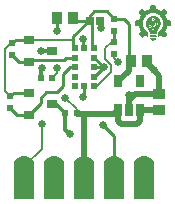
<source format=gtl>
G04 Layer_Physical_Order=1*
G04 Layer_Color=25308*
%FSLAX25Y25*%
%MOIN*%
G70*
G01*
G75*
%ADD10R,0.01969X0.01969*%
%ADD11R,0.02677X0.02520*%
%ADD12R,0.03543X0.03937*%
%ADD13R,0.02165X0.02362*%
%ADD14R,0.03543X0.03150*%
%ADD15R,0.02362X0.02165*%
%ADD16R,0.03937X0.03543*%
%ADD17R,0.02559X0.04331*%
%ADD18C,0.02000*%
%ADD19C,0.01200*%
%ADD20C,0.00800*%
%ADD21C,0.00700*%
%ADD22C,0.01000*%
%ADD23C,0.00600*%
%ADD24R,0.07000X0.11299*%
%ADD25C,0.07000*%
%ADD26C,0.02500*%
G36*
X410069Y198261D02*
X410139Y198231D01*
X410169Y198191D01*
X410199Y198152D01*
Y198142D01*
X410209Y198132D01*
X410219Y198072D01*
Y198031D01*
Y197992D01*
X410199Y197942D01*
X410169Y197901D01*
X410149Y197881D01*
X410099Y197852D01*
X410029Y197821D01*
X409939D01*
X409919Y197831D01*
X409869Y197852D01*
X409819Y197901D01*
X409769Y197982D01*
Y197992D01*
Y198002D01*
X409759Y198062D01*
X409769Y198132D01*
X409789Y198171D01*
X409819Y198202D01*
X409829Y198212D01*
X409859Y198241D01*
X409919Y198272D01*
X409989Y198282D01*
X410009D01*
X410069Y198261D01*
D02*
G37*
G36*
X411999Y195081D02*
X412049Y195052D01*
X412109Y195011D01*
X412119Y194992D01*
X412149Y194951D01*
X412169Y194881D01*
Y194842D01*
X412159Y194791D01*
Y194781D01*
Y194772D01*
X412139Y194711D01*
X412089Y194651D01*
X412019Y194602D01*
X411999D01*
X411949Y194591D01*
X411739D01*
X411659Y194581D01*
X410469D01*
X410279Y194591D01*
X409999D01*
X409959Y194602D01*
X409939D01*
X409919Y194612D01*
X409879Y194641D01*
X409829Y194711D01*
X409799Y194801D01*
Y194811D01*
Y194822D01*
Y194881D01*
X409829Y194962D01*
X409849Y194992D01*
X409879Y195031D01*
X409889Y195042D01*
X409909Y195062D01*
X409939Y195071D01*
X409969Y195081D01*
X410059D01*
X410109Y195091D01*
X411959D01*
X411999Y195081D01*
D02*
G37*
G36*
X412029Y194112D02*
Y194102D01*
Y194081D01*
X412019Y194052D01*
X412009Y194001D01*
X411989Y193951D01*
X411959Y193902D01*
X411919Y193842D01*
X411869Y193781D01*
X411859Y193772D01*
X411849Y193752D01*
X411819Y193731D01*
X411779Y193702D01*
X411669Y193631D01*
X411609Y193612D01*
X411539Y193591D01*
X411529D01*
X411499Y193581D01*
X411459Y193561D01*
X411449Y193542D01*
Y193532D01*
X411439Y193501D01*
X411419Y193462D01*
X411399Y193412D01*
X411359Y193351D01*
X411319Y193301D01*
X411259Y193252D01*
X411179Y193211D01*
X411169D01*
X411159Y193201D01*
X411129Y193192D01*
X411089Y193182D01*
X410979Y193161D01*
X410909Y193172D01*
X410839Y193182D01*
X410829D01*
X410799Y193201D01*
X410749Y193221D01*
X410699Y193262D01*
X410639Y193312D01*
X410589Y193371D01*
X410539Y193451D01*
X410509Y193542D01*
Y193552D01*
X410499Y193561D01*
X410479Y193571D01*
X410449Y193591D01*
X410429D01*
X410379Y193612D01*
X410319Y193631D01*
X410229Y193672D01*
X410149Y193731D01*
X410059Y193812D01*
X409989Y193921D01*
X409939Y194052D01*
Y194062D01*
Y194081D01*
X409929Y194112D01*
Y194151D01*
X409919Y194182D01*
X412039D01*
X412029Y194112D01*
D02*
G37*
G36*
X411279Y201582D02*
X411289D01*
X411329Y201571D01*
X411389Y201561D01*
X411469Y201541D01*
X411569Y201521D01*
X411679Y201482D01*
X411809Y201442D01*
X411939Y201392D01*
X412089Y201322D01*
X412229Y201252D01*
X412379Y201162D01*
X412529Y201051D01*
X412679Y200932D01*
X412819Y200801D01*
X412959Y200641D01*
X413079Y200471D01*
Y200462D01*
X413099Y200451D01*
X413109Y200422D01*
X413139Y200381D01*
X413169Y200322D01*
X413199Y200261D01*
X413269Y200121D01*
X413339Y199942D01*
X413399Y199732D01*
X413449Y199502D01*
X413479Y199261D01*
Y199251D01*
Y199232D01*
Y199191D01*
Y199142D01*
Y199082D01*
Y199012D01*
X413469Y198852D01*
X413439Y198652D01*
X413399Y198442D01*
X413329Y198212D01*
X413239Y197992D01*
X413229Y197982D01*
X413209Y197942D01*
X413179Y197891D01*
X413139Y197811D01*
X413079Y197722D01*
X413019Y197622D01*
X412939Y197502D01*
X412849Y197381D01*
Y197371D01*
X412829Y197362D01*
X412809Y197332D01*
X412789Y197292D01*
X412719Y197202D01*
X412629Y197081D01*
X412529Y196941D01*
X412429Y196792D01*
X412329Y196632D01*
X412229Y196482D01*
X412129Y196311D01*
Y195501D01*
X411159D01*
Y197761D01*
X411499Y198132D01*
X411519Y198152D01*
X411559Y198191D01*
X411609Y198241D01*
X411679Y198311D01*
X411739Y198381D01*
X411799Y198432D01*
X411849Y198471D01*
X411869Y198492D01*
X411879D01*
X411889Y198482D01*
X411939Y198471D01*
X412009Y198461D01*
X412089Y198471D01*
X412099D01*
X412129Y198482D01*
X412179Y198492D01*
X412239Y198521D01*
X412299Y198551D01*
X412359Y198601D01*
X412419Y198661D01*
X412459Y198741D01*
X412469Y198751D01*
X412479Y198792D01*
X412489Y198852D01*
X412499Y198932D01*
Y198942D01*
Y198951D01*
Y199002D01*
X412479Y199072D01*
X412459Y199132D01*
Y199142D01*
X412439Y199162D01*
X412419Y199191D01*
X412389Y199232D01*
X412309Y199311D01*
X412249Y199352D01*
X412189Y199381D01*
X412179D01*
X412159Y199391D01*
X412119Y199401D01*
X412079Y199411D01*
X411969D01*
X411899Y199391D01*
X411839Y199372D01*
X411829D01*
X411809Y199352D01*
X411779Y199331D01*
X411739Y199302D01*
X411649Y199212D01*
X411619Y199152D01*
X411589Y199091D01*
Y199082D01*
X411579Y199062D01*
Y199021D01*
X411569Y198981D01*
X411579Y198862D01*
X411589Y198792D01*
X411619Y198722D01*
X411649Y198642D01*
X411409Y198391D01*
X411179Y198132D01*
X411169Y198152D01*
Y198171D01*
X411159Y198202D01*
Y198251D01*
Y198321D01*
Y198331D01*
Y198362D01*
Y198412D01*
Y198482D01*
Y198582D01*
Y198702D01*
Y198852D01*
Y199031D01*
Y199952D01*
X411239Y199992D01*
X411249Y200002D01*
X411279Y200011D01*
X411329Y200042D01*
X411379Y200081D01*
X411429Y200142D01*
X411479Y200212D01*
X411509Y200302D01*
X411519Y200401D01*
Y200412D01*
Y200451D01*
X411509Y200512D01*
X411489Y200571D01*
X411459Y200652D01*
X411409Y200722D01*
X411339Y200792D01*
X411249Y200851D01*
X411239Y200862D01*
X411199Y200871D01*
X411139Y200882D01*
X410969D01*
X410909Y200871D01*
X410849Y200862D01*
X410839Y200851D01*
X410809Y200841D01*
X410759Y200801D01*
X410709Y200762D01*
X410659Y200701D01*
X410609Y200622D01*
X410579Y200532D01*
X410569Y200422D01*
Y200412D01*
Y200372D01*
X410589Y200322D01*
X410609Y200252D01*
X410639Y200182D01*
X410689Y200112D01*
X410759Y200051D01*
X410849Y199992D01*
X410919Y199952D01*
Y197272D01*
X410889Y197311D01*
Y197321D01*
X410869Y197342D01*
X410849Y197362D01*
X410839Y197371D01*
X410819Y197391D01*
X410789Y197422D01*
X410749Y197471D01*
X410739Y197482D01*
X410709Y197511D01*
X410669Y197552D01*
X410629Y197591D01*
X410409Y197821D01*
X410429Y197871D01*
X410439Y197881D01*
X410449Y197912D01*
X410459Y197971D01*
Y198052D01*
Y198062D01*
Y198072D01*
Y198122D01*
X410439Y198191D01*
X410419Y198251D01*
X410409Y198261D01*
X410389Y198301D01*
X410349Y198352D01*
X410299Y198412D01*
X410229Y198461D01*
X410149Y198502D01*
X410039Y198531D01*
X409919Y198521D01*
X409909D01*
X409879Y198512D01*
X409839Y198502D01*
X409789Y198471D01*
X409729Y198442D01*
X409669Y198401D01*
X409619Y198342D01*
X409569Y198272D01*
Y198261D01*
X409559Y198231D01*
X409539Y198191D01*
X409529Y198132D01*
Y198072D01*
Y198002D01*
X409539Y197922D01*
X409569Y197842D01*
Y197831D01*
X409589Y197811D01*
X409629Y197751D01*
X409719Y197671D01*
X409769Y197642D01*
X409839Y197611D01*
X409849D01*
X409869Y197601D01*
X409909Y197591D01*
X410069D01*
X410129Y197601D01*
X410189Y197622D01*
X410239Y197652D01*
X410279Y197611D01*
X410289Y197601D01*
X410299Y197591D01*
X410329Y197562D01*
X410369Y197521D01*
X410429Y197451D01*
X410509Y197371D01*
X410619Y197251D01*
X410919Y196922D01*
Y196212D01*
Y195501D01*
X409819D01*
Y195931D01*
Y196342D01*
X409699Y196542D01*
X409689Y196562D01*
X409649Y196611D01*
X409599Y196692D01*
X409529Y196801D01*
X409439Y196932D01*
X409339Y197072D01*
X409229Y197231D01*
X409109Y197401D01*
X409099Y197422D01*
X409069Y197461D01*
X409019Y197521D01*
X408959Y197601D01*
X408899Y197692D01*
X408839Y197792D01*
X408769Y197891D01*
X408719Y197982D01*
Y197992D01*
X408709Y198012D01*
X408689Y198041D01*
X408669Y198091D01*
X408649Y198142D01*
X408629Y198212D01*
X408579Y198372D01*
X408529Y198572D01*
X408489Y198782D01*
X408469Y199021D01*
Y199261D01*
Y199272D01*
Y199302D01*
X408479Y199352D01*
X408489Y199411D01*
X408499Y199481D01*
X408519Y199572D01*
X408539Y199671D01*
X408579Y199782D01*
X408659Y200022D01*
X408769Y200272D01*
X408849Y200401D01*
X408929Y200532D01*
X409019Y200661D01*
X409129Y200781D01*
X409139Y200792D01*
X409159Y200812D01*
X409189Y200841D01*
X409239Y200882D01*
X409299Y200932D01*
X409369Y200992D01*
X409449Y201051D01*
X409539Y201121D01*
X409639Y201182D01*
X409759Y201252D01*
X410009Y201381D01*
X410289Y201491D01*
X410449Y201532D01*
X410609Y201561D01*
X410619D01*
X410659Y201571D01*
X410719D01*
X410799Y201582D01*
X410899D01*
X411019Y201591D01*
X411139D01*
X411279Y201582D01*
D02*
G37*
G36*
X411469Y205161D02*
X411559D01*
X411579Y205152D01*
X411609D01*
X411629Y205141D01*
X411669Y205132D01*
X411709Y205112D01*
X411749Y205071D01*
X411799Y205031D01*
X411839Y204981D01*
X411869Y204911D01*
Y204891D01*
X411879Y204872D01*
Y204821D01*
Y204762D01*
X411889Y204661D01*
Y204532D01*
Y204462D01*
Y204372D01*
Y203882D01*
X411919Y203861D01*
X411929D01*
X411959Y203852D01*
X411999Y203841D01*
X412069Y203832D01*
X412139Y203812D01*
X412229Y203782D01*
X412329Y203762D01*
X412439Y203721D01*
X412689Y203631D01*
X412959Y203521D01*
X413239Y203392D01*
X413529Y203222D01*
X413639Y203151D01*
X413979Y203491D01*
X413989Y203502D01*
X414029Y203541D01*
X414079Y203591D01*
X414139Y203651D01*
X414199Y203712D01*
X414259Y203762D01*
X414309Y203812D01*
X414349Y203841D01*
X414359Y203852D01*
X414399Y203871D01*
X414469Y203882D01*
X414559Y203891D01*
X414629D01*
X414689Y203882D01*
X414739Y203861D01*
X414759Y203852D01*
X414779Y203832D01*
X414819Y203791D01*
X414879Y203742D01*
X414969Y203651D01*
X415089Y203541D01*
X415159Y203471D01*
X415239Y203392D01*
X415259Y203372D01*
X415299Y203331D01*
X415359Y203272D01*
X415429Y203202D01*
X415499Y203121D01*
X415569Y203042D01*
X415629Y202981D01*
X415659Y202941D01*
X415669Y202931D01*
X415689Y202891D01*
X415709Y202821D01*
X415719Y202731D01*
Y202722D01*
Y202712D01*
X415709Y202661D01*
X415699Y202591D01*
X415659Y202521D01*
X415649Y202502D01*
X415629Y202482D01*
X415589Y202442D01*
X415549Y202392D01*
X415489Y202331D01*
X415409Y202252D01*
X415309Y202151D01*
X414969Y201812D01*
X414999Y201762D01*
X415009Y201751D01*
X415039Y201701D01*
X415079Y201642D01*
X415139Y201552D01*
X415199Y201451D01*
X415259Y201331D01*
X415329Y201191D01*
X415389Y201051D01*
X415399Y201031D01*
X415419Y200981D01*
X415459Y200902D01*
X415499Y200801D01*
X415539Y200672D01*
X415589Y200532D01*
X415629Y200372D01*
X415669Y200202D01*
X415689Y200081D01*
X416419D01*
X416519Y200072D01*
X416599D01*
X416679Y200061D01*
X416719Y200051D01*
X416739Y200042D01*
X416769Y200031D01*
X416819Y200002D01*
X416869Y199952D01*
X416879Y199942D01*
X416909Y199911D01*
X416939Y199862D01*
X416969Y199802D01*
X416979Y199782D01*
Y199741D01*
X416989Y199681D01*
Y199592D01*
X416999Y199471D01*
Y199401D01*
Y199311D01*
Y199222D01*
Y199111D01*
Y198502D01*
X416959Y198432D01*
Y198422D01*
X416939Y198412D01*
X416899Y198352D01*
X416829Y198292D01*
X416789Y198261D01*
X416749Y198241D01*
X416679Y198202D01*
X415849D01*
X415769Y198191D01*
X415709D01*
X415699Y198181D01*
X415689D01*
Y198161D01*
X415679Y198132D01*
X415669Y198082D01*
X415649Y198012D01*
X415629Y197912D01*
X415589Y197782D01*
X415539Y197611D01*
Y197601D01*
X415529Y197591D01*
X415519Y197562D01*
X415509Y197521D01*
X415469Y197422D01*
X415419Y197301D01*
X415349Y197152D01*
X415279Y196992D01*
X415099Y196651D01*
X415089Y196642D01*
X415069Y196601D01*
X415059Y196581D01*
X415029Y196552D01*
X415019Y196542D01*
X415009Y196521D01*
X414999Y196492D01*
X414969Y196451D01*
X415329Y196101D01*
X415349Y196091D01*
X415389Y196042D01*
X415439Y195992D01*
X415509Y195922D01*
X415569Y195852D01*
X415629Y195782D01*
X415679Y195731D01*
X415699Y195692D01*
Y195682D01*
X415709Y195661D01*
Y195642D01*
X415719Y195601D01*
Y195501D01*
X415699Y195402D01*
X415689Y195381D01*
X415669Y195352D01*
X415639Y195311D01*
X415579Y195241D01*
X415499Y195151D01*
X415389Y195031D01*
X415239Y194881D01*
X415219Y194861D01*
X415179Y194822D01*
X415119Y194762D01*
X415039Y194692D01*
X414959Y194622D01*
X414889Y194552D01*
X414819Y194501D01*
X414779Y194462D01*
X414769Y194451D01*
X414729Y194422D01*
X414659Y194402D01*
X414579Y194381D01*
X414519D01*
X414469Y194392D01*
X414419Y194412D01*
X414409Y194422D01*
X414379Y194441D01*
X414349Y194462D01*
X414289Y194511D01*
X414219Y194571D01*
X414129Y194661D01*
X414009Y194781D01*
X413649Y195132D01*
X413619Y195112D01*
X413609D01*
X413589Y195091D01*
X413569Y195071D01*
X413529Y195052D01*
X413489Y195021D01*
X413429Y194992D01*
X413419D01*
X413409Y194982D01*
X413379Y194962D01*
X413339Y194941D01*
X413249Y194892D01*
X413139Y194832D01*
X413019Y194772D01*
X412909Y194721D01*
X412809Y194682D01*
X412779Y194671D01*
X412749D01*
Y195461D01*
Y196251D01*
X412849Y196332D01*
X412859Y196342D01*
X412889Y196352D01*
X412929Y196381D01*
X412989Y196432D01*
X413059Y196482D01*
X413149Y196552D01*
X413249Y196642D01*
X413359Y196741D01*
X413369Y196751D01*
X413399Y196792D01*
X413449Y196842D01*
X413519Y196922D01*
X413589Y197021D01*
X413679Y197132D01*
X413769Y197272D01*
X413859Y197422D01*
X413949Y197591D01*
X414039Y197772D01*
X414129Y197971D01*
X414199Y198181D01*
X414269Y198412D01*
X414319Y198642D01*
X414349Y198891D01*
X414359Y199152D01*
Y199171D01*
Y199212D01*
X414349Y199292D01*
X414339Y199381D01*
X414329Y199502D01*
X414309Y199642D01*
X414279Y199802D01*
X414239Y199971D01*
X414179Y200151D01*
X414119Y200342D01*
X414039Y200541D01*
X413939Y200751D01*
X413819Y200952D01*
X413689Y201151D01*
X413539Y201351D01*
X413359Y201541D01*
X413349Y201552D01*
X413319Y201582D01*
X413279Y201622D01*
X413219Y201672D01*
X413139Y201731D01*
X413039Y201801D01*
X412929Y201882D01*
X412809Y201961D01*
X412669Y202051D01*
X412519Y202132D01*
X412359Y202211D01*
X412179Y202291D01*
X411999Y202361D01*
X411799Y202421D01*
X411599Y202471D01*
X411379Y202512D01*
X411329D01*
X411289Y202521D01*
X410649D01*
X410579Y202512D01*
X410519D01*
X410489Y202502D01*
X410429Y202491D01*
X410359Y202482D01*
X410279Y202462D01*
X410179Y202432D01*
X410059Y202401D01*
X409939Y202361D01*
X409669Y202252D01*
X409369Y202121D01*
X409219Y202042D01*
X409069Y201941D01*
X408919Y201841D01*
X408769Y201731D01*
X408759Y201722D01*
X408729Y201692D01*
X408679Y201652D01*
X408609Y201582D01*
X408539Y201501D01*
X408449Y201401D01*
X408349Y201291D01*
X408259Y201162D01*
X408149Y201011D01*
X408049Y200851D01*
X407949Y200672D01*
X407859Y200491D01*
X407769Y200282D01*
X407699Y200072D01*
X407639Y199841D01*
X407589Y199601D01*
Y199592D01*
Y199572D01*
Y199541D01*
Y199492D01*
X407579Y199432D01*
Y199352D01*
Y199261D01*
Y199152D01*
Y199142D01*
Y199101D01*
Y199041D01*
Y198971D01*
Y198821D01*
X407589Y198741D01*
Y198681D01*
Y198671D01*
X407599Y198642D01*
X407609Y198591D01*
X407619Y198521D01*
X407639Y198442D01*
X407669Y198342D01*
X407699Y198241D01*
X407739Y198122D01*
X407829Y197862D01*
X407959Y197582D01*
X408119Y197301D01*
X408309Y197021D01*
Y197011D01*
X408329Y197002D01*
X408379Y196941D01*
X408459Y196852D01*
X408569Y196741D01*
X408709Y196611D01*
X408869Y196472D01*
X409049Y196332D01*
X409249Y196202D01*
X409339Y196151D01*
Y195381D01*
X409329Y194602D01*
X409319D01*
X409299Y194612D01*
X409269Y194622D01*
X409219Y194632D01*
X409159Y194661D01*
X409069Y194692D01*
X408959Y194741D01*
X408949Y194752D01*
X408919Y194762D01*
X408869Y194791D01*
X408799Y194822D01*
X408719Y194871D01*
X408619Y194922D01*
X408409Y195042D01*
X408279Y195122D01*
X408269D01*
X408259Y195101D01*
X408229Y195081D01*
X408179Y195042D01*
X408119Y194982D01*
X408029Y194892D01*
X407919Y194781D01*
X407909Y194772D01*
X407869Y194731D01*
X407809Y194671D01*
X407739Y194612D01*
X407669Y194542D01*
X407599Y194482D01*
X407539Y194431D01*
X407499Y194402D01*
X407489D01*
X407469Y194392D01*
X407439D01*
X407409Y194381D01*
X407309D01*
X407199Y194402D01*
X407179Y194412D01*
X407159Y194441D01*
X407119Y194482D01*
X407049Y194542D01*
X406959Y194622D01*
X406849Y194731D01*
X406699Y194881D01*
X406679Y194902D01*
X406639Y194941D01*
X406579Y195001D01*
X406499Y195081D01*
X406429Y195161D01*
X406359Y195231D01*
X406299Y195301D01*
X406269Y195342D01*
X406259Y195352D01*
X406239Y195391D01*
X406219Y195451D01*
X406199Y195521D01*
Y195542D01*
Y195581D01*
X406209Y195632D01*
X406229Y195692D01*
X406239Y195712D01*
X406259Y195731D01*
X406279Y195762D01*
X406329Y195821D01*
X406389Y195891D01*
X406479Y195982D01*
X406599Y196101D01*
X406939Y196451D01*
Y196461D01*
X406929Y196482D01*
X406909Y196521D01*
X406859Y196591D01*
Y196601D01*
X406839Y196622D01*
X406819Y196661D01*
X406789Y196712D01*
X406759Y196782D01*
X406719Y196862D01*
X406669Y196941D01*
X406619Y197041D01*
X406519Y197272D01*
X406429Y197521D01*
X406329Y197792D01*
X406259Y198082D01*
X406239Y198191D01*
X405739Y198202D01*
X405249D01*
X405189Y198241D01*
X405179D01*
X405159Y198251D01*
X405099Y198282D01*
X405029Y198342D01*
X404969Y198432D01*
X404929Y198502D01*
Y199152D01*
Y199162D01*
Y199181D01*
Y199212D01*
Y199251D01*
Y199352D01*
Y199471D01*
X404939Y199592D01*
Y199701D01*
X404949Y199751D01*
Y199792D01*
X404959Y199811D01*
Y199831D01*
Y199841D01*
X404969Y199852D01*
X405009Y199911D01*
X405069Y199981D01*
X405169Y200042D01*
X405239Y200072D01*
X405739Y200081D01*
X406229D01*
X406259Y200202D01*
Y200212D01*
X406269Y200241D01*
X406279Y200282D01*
X406289Y200342D01*
X406309Y200412D01*
X406339Y200491D01*
X406369Y200591D01*
X406399Y200692D01*
X406479Y200922D01*
X406589Y201171D01*
X406719Y201442D01*
X406869Y201701D01*
X406939Y201812D01*
X406599Y202182D01*
X406589Y202191D01*
X406549Y202232D01*
X406489Y202291D01*
X406429Y202361D01*
X406359Y202432D01*
X406299Y202491D01*
X406249Y202552D01*
X406229Y202591D01*
Y202602D01*
X406219Y202642D01*
X406209Y202692D01*
X406199Y202762D01*
Y202771D01*
Y202782D01*
X406219Y202821D01*
X406239Y202882D01*
X406269Y202941D01*
X406279Y202961D01*
X406309Y202992D01*
X406339Y203031D01*
X406389Y203092D01*
X406469Y203171D01*
X406569Y203272D01*
X406689Y203401D01*
X406709Y203421D01*
X406749Y203462D01*
X406809Y203521D01*
X406879Y203591D01*
X406959Y203661D01*
X407029Y203731D01*
X407099Y203791D01*
X407139Y203821D01*
X407159Y203832D01*
X407199Y203861D01*
X407269Y203882D01*
X407349Y203891D01*
X407369D01*
X407429Y203882D01*
X407489Y203871D01*
X407549Y203841D01*
X407569Y203832D01*
X407589Y203812D01*
X407619Y203782D01*
X407669Y203742D01*
X407739Y203681D01*
X407819Y203602D01*
X407919Y203502D01*
X407929Y203491D01*
X407969Y203451D01*
X408029Y203392D01*
X408089Y203331D01*
X408159Y203272D01*
X408219Y203211D01*
X408259Y203171D01*
X408279Y203162D01*
X408289Y203171D01*
X408309Y203182D01*
X408349Y203202D01*
X408399Y203222D01*
X408409Y203232D01*
X408429Y203241D01*
X408469Y203261D01*
X408519Y203292D01*
X408589Y203331D01*
X408659Y203372D01*
X408749Y203412D01*
X408849Y203462D01*
X409069Y203572D01*
X409319Y203672D01*
X409599Y203762D01*
X409889Y203841D01*
X410019Y203861D01*
Y204372D01*
Y204872D01*
X410059Y204931D01*
Y204942D01*
X410069Y204952D01*
X410099Y205001D01*
X410169Y205071D01*
X410259Y205132D01*
X410319Y205161D01*
X410919Y205171D01*
X411359D01*
X411469Y205161D01*
D02*
G37*
G36*
X411089Y200652D02*
X411099D01*
X411119Y200641D01*
X411189Y200611D01*
X411219Y200582D01*
X411249Y200541D01*
X411269Y200482D01*
X411279Y200422D01*
Y200412D01*
Y200401D01*
X411269Y200352D01*
X411229Y200282D01*
X411209Y200252D01*
X411169Y200221D01*
X411149Y200212D01*
X411099Y200191D01*
X411039Y200182D01*
X410999Y200191D01*
X410959Y200202D01*
X410949D01*
X410939Y200212D01*
X410889Y200261D01*
X410829Y200331D01*
X410819Y200372D01*
X410809Y200431D01*
Y200451D01*
X410819Y200471D01*
X410839Y200521D01*
Y200532D01*
X410849Y200552D01*
X410899Y200602D01*
X410929Y200631D01*
X410979Y200652D01*
X411029Y200661D01*
X411089Y200652D01*
D02*
G37*
G36*
X412119Y199162D02*
X412189Y199111D01*
X412199Y199101D01*
X412209Y199091D01*
X412249Y199031D01*
X412259Y198981D01*
X412269Y198942D01*
X412259Y198891D01*
X412239Y198831D01*
Y198821D01*
X412229Y198811D01*
X412179Y198761D01*
X412099Y198712D01*
X412039Y198702D01*
X411979D01*
X411969Y198712D01*
X411929Y198732D01*
X411879Y198761D01*
X411829Y198811D01*
Y198821D01*
X411819Y198842D01*
X411809Y198872D01*
X411799Y198932D01*
Y198951D01*
Y198981D01*
X411809Y199031D01*
X411829Y199062D01*
X411839Y199072D01*
X411859Y199091D01*
X411889Y199121D01*
X411939Y199152D01*
X411989Y199171D01*
X412049D01*
X412119Y199162D01*
D02*
G37*
D10*
X388000Y178201D02*
D03*
Y190799D02*
D03*
X391150Y178201D02*
D03*
Y181350D02*
D03*
X384850Y178201D02*
D03*
Y181350D02*
D03*
X391150Y190799D02*
D03*
X384850D02*
D03*
Y187650D02*
D03*
X391150D02*
D03*
Y184500D02*
D03*
X384850D02*
D03*
D11*
X389768Y200000D02*
D03*
X393232D02*
D03*
D12*
X378842Y201000D02*
D03*
X384157D02*
D03*
X408945Y186500D02*
D03*
X403630D02*
D03*
D13*
X377370Y181028D02*
D03*
X373433D02*
D03*
X385638Y169217D02*
D03*
X381701D02*
D03*
D14*
X377331Y189929D02*
D03*
X369457Y186189D02*
D03*
Y193669D02*
D03*
X377331Y172283D02*
D03*
X369457Y168543D02*
D03*
Y176024D02*
D03*
D15*
X363894Y192398D02*
D03*
Y188461D02*
D03*
X363394Y174752D02*
D03*
Y170815D02*
D03*
X398000Y189000D02*
D03*
Y192937D02*
D03*
Y200437D02*
D03*
Y196500D02*
D03*
D16*
X413000Y175657D02*
D03*
Y170343D02*
D03*
D17*
X399260Y170276D02*
D03*
X403000D02*
D03*
X406740D02*
D03*
Y179724D02*
D03*
X399260D02*
D03*
D18*
X378000Y151500D02*
X378945D01*
X385469Y169000D02*
X397984D01*
X388000Y151500D02*
Y168606D01*
X403000Y173587D02*
Y175083D01*
Y170276D02*
Y173587D01*
X405071Y175657D01*
X411228Y183429D02*
X413000Y181658D01*
X408157Y186500D02*
X411228Y183429D01*
X397984Y169000D02*
X399260Y170276D01*
X405717Y165673D02*
X406740Y166697D01*
X400205Y165673D02*
X405717D01*
X399260Y166618D02*
X400205Y165673D01*
X406740Y166697D02*
Y170276D01*
X399260Y166618D02*
Y170276D01*
X406740D02*
X412933D01*
X402843Y183307D02*
Y186500D01*
X399260Y179724D02*
X402843Y183307D01*
X413000Y175657D02*
Y181658D01*
X405071Y175657D02*
X413000D01*
D19*
X381701Y163705D02*
X383276Y162130D01*
X381701Y163705D02*
Y169217D01*
X373433Y183783D02*
X373827Y184177D01*
X373433Y181028D02*
Y183783D01*
X378634Y172283D02*
X381701Y169217D01*
X377331Y172283D02*
X378634D01*
X373587Y189929D02*
X377331D01*
D20*
X373827Y157327D02*
Y165673D01*
X368000Y151500D02*
X373827Y157327D01*
X397153Y192937D02*
X398000D01*
X395087Y190870D02*
X397153Y192937D01*
X395087Y187327D02*
Y190870D01*
Y187327D02*
X397055Y185358D01*
Y182996D02*
Y185358D01*
X392260Y178201D02*
X397055Y182996D01*
X391150Y178201D02*
X392260D01*
D21*
X381701Y174335D02*
X385638Y170398D01*
X378945Y182602D02*
Y184177D01*
X377370Y181028D02*
X378945Y182602D01*
X369457Y193669D02*
X384307D01*
X398000Y187563D02*
X399024Y186539D01*
X398000Y187563D02*
Y189000D01*
D22*
X381307Y186933D02*
X382024Y187650D01*
X370201Y186933D02*
X381307D01*
X369457Y186189D02*
X370201Y186933D01*
X384350Y190799D02*
Y194850D01*
X369457Y168543D02*
X373433Y172520D01*
Y174335D01*
X375402Y176303D01*
X378945D01*
X380913Y178272D01*
Y182209D01*
X383205Y184500D01*
X384850D01*
X382024Y187650D02*
X384850D01*
X394299Y165279D02*
X398000Y161579D01*
Y151500D02*
Y161579D01*
X402843Y186500D02*
Y198862D01*
X401268Y200437D02*
X402843Y198862D01*
X398000Y200437D02*
X401268D01*
X387500Y174500D02*
Y175000D01*
X388000D02*
Y178201D01*
X398000Y192937D02*
Y196500D01*
X390650Y190799D02*
Y199118D01*
X389500Y200000D02*
X389768D01*
X385157D02*
X389500D01*
X398000Y200437D02*
Y200555D01*
X395480Y203075D02*
X398000Y200555D01*
X391150Y203075D02*
X395480D01*
X389768Y201693D02*
X391150Y203075D01*
X389768Y200000D02*
Y201693D01*
X393500Y197500D02*
Y200268D01*
X393232Y200000D02*
X393500Y200268D01*
X365665Y168543D02*
X369457D01*
X363394Y170815D02*
X365665Y168543D01*
X364665Y176024D02*
X369457D01*
X363394Y174752D02*
X364665Y176024D01*
X366165Y186189D02*
X369457D01*
X363894Y188461D02*
X366165Y186189D01*
X365165Y193669D02*
X369457D01*
X363894Y192398D02*
X365165Y193669D01*
X391350Y187650D02*
X394500Y184500D01*
X390650Y187650D02*
X391350D01*
Y181350D02*
X394500Y184500D01*
X390650Y181350D02*
X391350D01*
X390650Y184500D02*
X394500D01*
X387500Y190799D02*
Y194000D01*
X384157Y201000D02*
X385157Y200000D01*
X384350Y194850D02*
X389500Y200000D01*
X378842Y196658D02*
Y201000D01*
Y196658D02*
X379000Y196815D01*
X389768Y200000D02*
X390650Y199118D01*
D23*
X361622Y176524D02*
X363394Y174752D01*
X361622Y176524D02*
Y190476D01*
X363543Y192398D01*
X363894D01*
D24*
X408000Y146150D02*
D03*
X398000D02*
D03*
X388000D02*
D03*
X378000D02*
D03*
X368000D02*
D03*
D25*
Y151500D02*
D03*
X378000D02*
D03*
X388000D02*
D03*
X398000D02*
D03*
X408000D02*
D03*
D26*
X383276Y162130D02*
D03*
X373827Y165673D02*
D03*
X381701Y174335D02*
D03*
X378945Y184177D02*
D03*
X373827D02*
D03*
X373587Y189929D02*
D03*
X394299Y165279D02*
D03*
X399417Y186146D02*
D03*
X403000Y175083D02*
D03*
X411228Y183429D02*
D03*
X393500Y197500D02*
D03*
X387500Y174500D02*
D03*
X394500Y184500D02*
D03*
X387500Y194000D02*
D03*
X378842Y196658D02*
D03*
M02*

</source>
